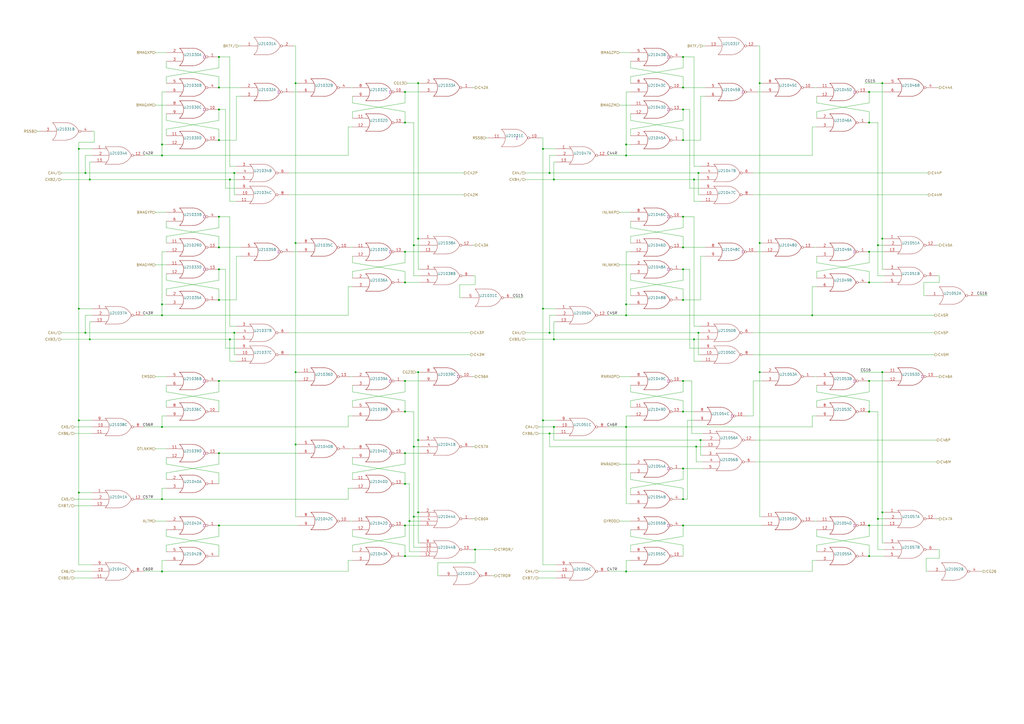
<source format=kicad_sch>
(kicad_sch (version 20211123) (generator eeschema)
  (paper "A2")
  (junction (at 234.95 238.76))
  (junction (at 127 173.99))
  (junction (at 504.19 146.05))
  (junction (at 45.72 243.84))
  (junction (at 403.86 259.08))
  (junction (at 275.59 318.77))
  (junction (at 234.95 53.34))
  (junction (at 171.45 140.97))
  (junction (at 363.22 83.82))
  (junction (at 127 50.8))
  (junction (at 314.96 243.84))
  (junction (at 93.98 83.82))
  (junction (at 127 63.5))
  (junction (at 363.22 247.65))
  (junction (at 396.24 81.28))
  (junction (at 93.98 176.53))
  (junction (at 93.98 331.47))
  (junction (at 234.95 220.98))
  (junction (at 504.19 220.98))
  (junction (at 171.45 257.81))
  (junction (at 314.96 86.36))
  (junction (at 234.95 146.05))
  (junction (at 321.31 104.14))
  (junction (at 396.24 50.8))
  (junction (at 234.95 163.83))
  (junction (at 406.4 255.27))
  (junction (at 234.95 280.67))
  (junction (at 127 125.73))
  (junction (at 234.95 71.12))
  (junction (at 234.95 322.58))
  (junction (at 363.22 90.17))
  (junction (at 242.57 48.26))
  (junction (at 396.24 173.99))
  (junction (at 511.81 48.26))
  (junction (at 45.72 285.75))
  (junction (at 242.57 215.9))
  (junction (at 49.53 100.33))
  (junction (at 509.27 300.99))
  (junction (at 471.17 182.88))
  (junction (at 396.24 125.73))
  (junction (at 127 143.51))
  (junction (at 242.57 297.18))
  (junction (at 127 81.28))
  (junction (at 234.95 262.89))
  (junction (at 440.69 48.26))
  (junction (at 240.03 142.24))
  (junction (at 127 33.02))
  (junction (at 396.24 289.56))
  (junction (at 504.19 238.76))
  (junction (at 396.24 271.78))
  (junction (at 396.24 304.8))
  (junction (at 234.95 304.8))
  (junction (at 93.98 182.88))
  (junction (at 321.31 196.85))
  (junction (at 135.89 193.04))
  (junction (at 135.89 100.33))
  (junction (at 396.24 156.21))
  (junction (at 240.03 299.72))
  (junction (at 242.57 255.27))
  (junction (at 504.19 304.8))
  (junction (at 396.24 63.5))
  (junction (at 127 262.89))
  (junction (at 240.03 259.08))
  (junction (at 321.31 247.65))
  (junction (at 127 156.21))
  (junction (at 171.45 48.26))
  (junction (at 440.69 140.97))
  (junction (at 511.81 138.43))
  (junction (at 396.24 238.76))
  (junction (at 405.13 193.04))
  (junction (at 93.98 289.56))
  (junction (at 133.35 104.14))
  (junction (at 49.53 193.04))
  (junction (at 45.72 179.07))
  (junction (at 396.24 143.51))
  (junction (at 363.22 182.88))
  (junction (at 504.19 71.12))
  (junction (at 509.27 142.24))
  (junction (at 363.22 176.53))
  (junction (at 504.19 163.83))
  (junction (at 402.59 196.85))
  (junction (at 93.98 90.17))
  (junction (at 504.19 53.34))
  (junction (at 511.81 297.18))
  (junction (at 237.49 302.26))
  (junction (at 396.24 220.98))
  (junction (at 52.07 104.14))
  (junction (at 363.22 331.47))
  (junction (at 440.69 215.9))
  (junction (at 318.77 100.33))
  (junction (at 314.96 179.07))
  (junction (at 52.07 196.85))
  (junction (at 318.77 251.46))
  (junction (at 396.24 33.02))
  (junction (at 504.19 322.58))
  (junction (at 242.57 138.43))
  (junction (at 402.59 104.14))
  (junction (at 405.13 100.33))
  (junction (at 127 304.8))
  (junction (at 171.45 215.9))
  (junction (at 93.98 247.65))
  (junction (at 45.72 86.36))
  (junction (at 133.35 196.85))
  (junction (at 511.81 215.9))
  (junction (at 318.77 193.04))
  (junction (at 127 220.98))
  (wire (pts (xy 322.58 186.69) (xy 321.31 186.69)))
  (wire (pts (xy 363.22 331.47) (xy 471.17 331.47)))
  (wire (pts (xy 321.31 93.98) (xy 321.31 104.14)))
  (wire (pts (xy 171.45 26.67) (xy 171.45 48.26)))
  (wire (pts (xy 318.77 259.08) (xy 403.86 259.08)))
  (wire (pts (xy 52.07 196.85) (xy 133.35 196.85)))
  (wire (pts (xy 127 125.73) (xy 133.35 125.73)))
  (wire (pts (xy 396.24 173.99) (xy 396.24 167.64)))
  (wire (pts (xy 171.45 257.81) (xy 171.45 299.72)))
  (wire (pts (xy 321.31 104.14) (xy 402.59 104.14)))
  (wire (pts (xy 203.2 218.44) (xy 204.47 218.44)))
  (wire (pts (xy 234.95 304.8) (xy 243.84 304.8)))
  (wire (pts (xy 436.88 113.03) (xy 538.48 113.03)))
  (wire (pts (xy 137.16 55.88) (xy 139.7 55.88)))
  (wire (pts (xy 240.03 299.72) (xy 243.84 299.72)))
  (wire (pts (xy 365.76 232.41) (xy 365.76 236.22)))
  (wire (pts (xy 49.53 100.33) (xy 135.89 100.33)))
  (wire (pts (xy 275.59 50.8) (xy 274.32 50.8)))
  (wire (pts (xy 240.03 71.12) (xy 240.03 142.24)))
  (wire (pts (xy 93.98 331.47) (xy 201.93 331.47)))
  (wire (pts (xy 234.95 64.77) (xy 204.47 59.69)))
  (wire (pts (xy 504.19 71.12) (xy 504.19 64.77)))
  (wire (pts (xy 201.93 73.66) (xy 204.47 73.66)))
  (wire (pts (xy 365.76 39.37) (xy 365.76 35.56)))
  (wire (pts (xy 204.47 227.33) (xy 204.47 223.52)))
  (wire (pts (xy 171.45 215.9) (xy 171.45 257.81)))
  (wire (pts (xy 471.17 331.47) (xy 471.17 325.12)))
  (wire (pts (xy 363.22 83.82) (xy 363.22 90.17)))
  (wire (pts (xy 400.05 201.93) (xy 406.4 201.93)))
  (wire (pts (xy 127 125.73) (xy 127 132.08)))
  (wire (pts (xy 405.13 193.04) (xy 405.13 205.74)))
  (wire (pts (xy 403.86 259.08) (xy 407.67 259.08)))
  (wire (pts (xy 240.03 160.02) (xy 243.84 160.02)))
  (wire (pts (xy 52.07 186.69) (xy 52.07 196.85)))
  (wire (pts (xy 96.52 302.26) (xy 90.17 302.26)))
  (wire (pts (xy 473.71 157.48) (xy 473.71 161.29)))
  (wire (pts (xy 275.59 318.77) (xy 287.02 318.77)))
  (wire (pts (xy 440.69 48.26) (xy 440.69 140.97)))
  (wire (pts (xy 439.42 53.34) (xy 441.96 53.34)))
  (wire (pts (xy 321.31 196.85) (xy 402.59 196.85)))
  (wire (pts (xy 93.98 283.21) (xy 93.98 289.56)))
  (wire (pts (xy 234.95 53.34) (xy 243.84 53.34)))
  (wire (pts (xy 509.27 142.24) (xy 513.08 142.24)))
  (wire (pts (xy 275.59 300.99) (xy 274.32 300.99)))
  (wire (pts (xy 365.76 278.13) (xy 365.76 274.32)))
  (wire (pts (xy 365.76 227.33) (xy 365.76 223.52)))
  (wire (pts (xy 22.86 76.2) (xy 21.59 76.2)))
  (wire (pts (xy 93.98 53.34) (xy 96.52 53.34)))
  (wire (pts (xy 43.18 331.47) (xy 53.34 331.47)))
  (wire (pts (xy 137.16 148.59) (xy 139.7 148.59)))
  (wire (pts (xy 49.53 182.88) (xy 53.34 182.88)))
  (wire (pts (xy 127 311.15) (xy 96.52 316.23)))
  (wire (pts (xy 396.24 156.21) (xy 400.05 156.21)))
  (wire (pts (xy 504.19 53.34) (xy 504.19 59.69)))
  (wire (pts (xy 363.22 90.17) (xy 471.17 90.17)))
  (wire (pts (xy 504.19 322.58) (xy 513.08 322.58)))
  (wire (pts (xy 130.81 109.22) (xy 137.16 109.22)))
  (wire (pts (xy 237.49 302.26) (xy 243.84 302.26)))
  (wire (pts (xy 353.06 331.47) (xy 363.22 331.47)))
  (wire (pts (xy 234.95 71.12) (xy 240.03 71.12)))
  (wire (pts (xy 396.24 271.78) (xy 396.24 278.13)))
  (wire (pts (xy 504.19 71.12) (xy 509.27 71.12)))
  (wire (pts (xy 402.59 196.85) (xy 402.59 209.55)))
  (wire (pts (xy 504.19 304.8) (xy 513.08 304.8)))
  (wire (pts (xy 93.98 325.12) (xy 93.98 331.47)))
  (wire (pts (xy 471.17 90.17) (xy 471.17 73.66)))
  (wire (pts (xy 365.76 74.93) (xy 365.76 78.74)))
  (wire (pts (xy 234.95 152.4) (xy 204.47 157.48)))
  (wire (pts (xy 504.19 59.69) (xy 473.71 64.77)))
  (wire (pts (xy 127 137.16) (xy 96.52 132.08)))
  (wire (pts (xy 127 156.21) (xy 127 162.56)))
  (wire (pts (xy 473.71 152.4) (xy 473.71 148.59)))
  (wire (pts (xy 439.42 146.05) (xy 441.96 146.05)))
  (wire (pts (xy 321.31 255.27) (xy 406.4 255.27)))
  (wire (pts (xy 172.72 220.98) (xy 127 220.98)))
  (wire (pts (xy 204.47 311.15) (xy 204.47 307.34)))
  (wire (pts (xy 201.93 331.47) (xy 201.93 325.12)))
  (wire (pts (xy 204.47 157.48) (xy 204.47 161.29)))
  (wire (pts (xy 133.35 196.85) (xy 133.35 209.55)))
  (wire (pts (xy 314.96 86.36) (xy 314.96 179.07)))
  (wire (pts (xy 396.24 143.51) (xy 408.94 143.51)))
  (wire (pts (xy 406.4 81.28) (xy 406.4 55.88)))
  (wire (pts (xy 365.76 269.24) (xy 359.41 269.24)))
  (wire (pts (xy 96.52 316.23) (xy 96.52 320.04)))
  (wire (pts (xy 511.81 48.26) (xy 513.08 48.26)))
  (wire (pts (xy 396.24 311.15) (xy 365.76 316.23)))
  (wire (pts (xy 204.47 59.69) (xy 204.47 55.88)))
  (wire (pts (xy 275.59 165.1) (xy 266.7 165.1)))
  (wire (pts (xy 137.16 81.28) (xy 137.16 55.88)))
  (wire (pts (xy 133.35 189.23) (xy 137.16 189.23)))
  (wire (pts (xy 130.81 156.21) (xy 130.81 201.93)))
  (wire (pts (xy 234.95 227.33) (xy 204.47 232.41)))
  (wire (pts (xy 135.89 100.33) (xy 137.16 100.33)))
  (wire (pts (xy 436.88 220.98) (xy 441.96 220.98)))
  (wire (pts (xy 201.93 241.3) (xy 204.47 241.3)))
  (wire (pts (xy 402.59 116.84) (xy 406.4 116.84)))
  (wire (pts (xy 127 74.93) (xy 96.52 69.85)))
  (wire (pts (xy 242.57 48.26) (xy 243.84 48.26)))
  (wire (pts (xy 83.82 247.65) (xy 93.98 247.65)))
  (wire (pts (xy 509.27 238.76) (xy 509.27 300.99)))
  (wire (pts (xy 240.03 299.72) (xy 240.03 317.5)))
  (wire (pts (xy 396.24 238.76) (xy 402.59 238.76)))
  (wire (pts (xy 504.19 64.77) (xy 473.71 59.69)))
  (wire (pts (xy 396.24 81.28) (xy 406.4 81.28)))
  (wire (pts (xy 237.49 280.67) (xy 237.49 302.26)))
  (wire (pts (xy 314.96 243.84) (xy 322.58 243.84)))
  (wire (pts (xy 398.78 243.84) (xy 398.78 289.56)))
  (wire (pts (xy 234.95 238.76) (xy 240.03 238.76)))
  (wire (pts (xy 234.95 157.48) (xy 204.47 152.4)))
  (wire (pts (xy 543.56 318.77) (xy 544.83 318.77)))
  (wire (pts (xy 365.76 30.48) (xy 359.41 30.48)))
  (wire (pts (xy 504.19 146.05) (xy 504.19 152.4)))
  (wire (pts (xy 473.71 64.77) (xy 473.71 68.58)))
  (wire (pts (xy 396.24 304.8) (xy 396.24 311.15)))
  (wire (pts (xy 504.19 304.8) (xy 504.19 311.15)))
  (wire (pts (xy 504.19 220.98) (xy 513.08 220.98)))
  (wire (pts (xy 396.24 173.99) (xy 406.4 173.99)))
  (wire (pts (xy 127 143.51) (xy 127 137.16)))
  (wire (pts (xy 511.81 297.18) (xy 513.08 297.18)))
  (wire (pts (xy 96.52 123.19) (xy 90.17 123.19)))
  (wire (pts (xy 365.76 132.08) (xy 365.76 128.27)))
  (wire (pts (xy 396.24 156.21) (xy 396.24 162.56)))
  (wire (pts (xy 396.24 50.8) (xy 396.24 44.45)))
  (wire (pts (xy 234.95 53.34) (xy 234.95 59.69)))
  (wire (pts (xy 471.17 166.37) (xy 473.71 166.37)))
  (wire (pts (xy 53.34 293.37) (xy 43.18 293.37)))
  (wire (pts (xy 509.27 300.99) (xy 509.27 318.77)))
  (wire (pts (xy 363.22 176.53) (xy 365.76 176.53)))
  (wire (pts (xy 402.59 104.14) (xy 402.59 116.84)))
  (wire (pts (xy 93.98 83.82) (xy 93.98 90.17)))
  (wire (pts (xy 171.45 140.97) (xy 172.72 140.97)))
  (wire (pts (xy 83.82 90.17) (xy 93.98 90.17)))
  (wire (pts (xy 312.42 251.46) (xy 318.77 251.46)))
  (wire (pts (xy 135.89 205.74) (xy 137.16 205.74)))
  (wire (pts (xy 314.96 179.07) (xy 314.96 243.84)))
  (wire (pts (xy 242.57 48.26) (xy 242.57 138.43)))
  (wire (pts (xy 353.06 247.65) (xy 363.22 247.65)))
  (wire (pts (xy 363.22 325.12) (xy 365.76 325.12)))
  (wire (pts (xy 363.22 53.34) (xy 363.22 83.82)))
  (wire (pts (xy 408.94 26.67) (xy 407.67 26.67)))
  (wire (pts (xy 318.77 100.33) (xy 318.77 90.17)))
  (wire (pts (xy 237.49 302.26) (xy 237.49 320.04)))
  (wire (pts (xy 171.45 299.72) (xy 172.72 299.72)))
  (wire (pts (xy 96.52 30.48) (xy 90.17 30.48)))
  (wire (pts (xy 406.4 255.27) (xy 406.4 264.16)))
  (wire (pts (xy 304.8 196.85) (xy 321.31 196.85)))
  (wire (pts (xy 283.21 80.01) (xy 281.94 80.01)))
  (wire (pts (xy 504.19 163.83) (xy 504.19 157.48)))
  (wire (pts (xy 396.24 125.73) (xy 402.59 125.73)))
  (wire (pts (xy 363.22 241.3) (xy 365.76 241.3)))
  (wire (pts (xy 127 63.5) (xy 127 69.85)))
  (wire (pts (xy 133.35 104.14) (xy 137.16 104.14)))
  (wire (pts (xy 509.27 300.99) (xy 513.08 300.99)))
  (wire (pts (xy 127 132.08) (xy 96.52 137.16)))
  (wire (pts (xy 234.95 269.24) (xy 204.47 274.32)))
  (wire (pts (xy 96.52 269.24) (xy 96.52 265.43)))
  (wire (pts (xy 236.22 48.26) (xy 242.57 48.26)))
  (wire (pts (xy 139.7 26.67) (xy 138.43 26.67)))
  (wire (pts (xy 241.3 215.9) (xy 242.57 215.9)))
  (wire (pts (xy 234.95 146.05) (xy 234.95 152.4)))
  (wire (pts (xy 402.59 243.84) (xy 398.78 243.84)))
  (wire (pts (xy 201.93 247.65) (xy 201.93 241.3)))
  (wire (pts (xy 304.8 100.33) (xy 318.77 100.33)))
  (wire (pts (xy 52.07 93.98) (xy 52.07 104.14)))
  (wire (pts (xy 127 316.23) (xy 96.52 311.15)))
  (wire (pts (xy 353.06 90.17) (xy 363.22 90.17)))
  (wire (pts (xy 172.72 262.89) (xy 127 262.89)))
  (wire (pts (xy 439.42 26.67) (xy 440.69 26.67)))
  (wire (pts (xy 127 69.85) (xy 96.52 74.93)))
  (wire (pts (xy 363.22 146.05) (xy 363.22 176.53)))
  (wire (pts (xy 93.98 53.34) (xy 93.98 83.82)))
  (wire (pts (xy 353.06 182.88) (xy 363.22 182.88)))
  (wire (pts (xy 234.95 59.69) (xy 204.47 64.77)))
  (wire (pts (xy 275.59 326.39) (xy 254 326.39)))
  (wire (pts (xy 43.18 289.56) (xy 53.34 289.56)))
  (wire (pts (xy 567.69 171.45) (xy 572.77 171.45)))
  (wire (pts (xy 396.24 162.56) (xy 365.76 167.64)))
  (wire (pts (xy 127 50.8) (xy 139.7 50.8)))
  (wire (pts (xy 127 63.5) (xy 130.81 63.5)))
  (wire (pts (xy 396.24 238.76) (xy 396.24 232.41)))
  (wire (pts (xy 396.24 74.93) (xy 365.76 69.85)))
  (wire (pts (xy 96.52 74.93) (xy 96.52 78.74)))
  (wire (pts (xy 363.22 292.1) (xy 365.76 292.1)))
  (wire (pts (xy 509.27 160.02) (xy 513.08 160.02)))
  (wire (pts (xy 511.81 215.9) (xy 513.08 215.9)))
  (wire (pts (xy 285.75 334.01) (xy 287.02 334.01)))
  (wire (pts (xy 35.56 193.04) (xy 49.53 193.04)))
  (wire (pts (xy 396.24 322.58) (xy 396.24 316.23)))
  (wire (pts (xy 402.59 33.02) (xy 402.59 96.52)))
  (wire (pts (xy 170.18 53.34) (xy 172.72 53.34)))
  (wire (pts (xy 402.59 189.23) (xy 406.4 189.23)))
  (wire (pts (xy 242.57 314.96) (xy 243.84 314.96)))
  (wire (pts (xy 405.13 113.03) (xy 406.4 113.03)))
  (wire (pts (xy 396.24 278.13) (xy 365.76 283.21)))
  (wire (pts (xy 405.13 193.04) (xy 406.4 193.04)))
  (wire (pts (xy 45.72 179.07) (xy 53.34 179.07)))
  (wire (pts (xy 133.35 104.14) (xy 133.35 116.84)))
  (wire (pts (xy 402.59 196.85) (xy 406.4 196.85)))
  (wire (pts (xy 318.77 193.04) (xy 405.13 193.04)))
  (wire (pts (xy 471.17 73.66) (xy 473.71 73.66)))
  (wire (pts (xy 49.53 90.17) (xy 53.34 90.17)))
  (wire (pts (xy 402.59 104.14) (xy 406.4 104.14)))
  (wire (pts (xy 53.34 76.2) (xy 54.61 76.2)))
  (wire (pts (xy 96.52 311.15) (xy 96.52 307.34)))
  (wire (pts (xy 509.27 142.24) (xy 509.27 160.02)))
  (wire (pts (xy 314.96 243.84) (xy 314.96 327.66)))
  (wire (pts (xy 365.76 123.19) (xy 359.41 123.19)))
  (wire (pts (xy 96.52 39.37) (xy 96.52 35.56)))
  (wire (pts (xy 321.31 247.65) (xy 322.58 247.65)))
  (wire (pts (xy 365.76 44.45) (xy 365.76 48.26)))
  (wire (pts (xy 511.81 156.21) (xy 513.08 156.21)))
  (wire (pts (xy 127 167.64) (xy 96.52 162.56)))
  (wire (pts (xy 234.95 71.12) (xy 234.95 64.77)))
  (wire (pts (xy 363.22 83.82) (xy 365.76 83.82)))
  (wire (pts (xy 204.47 232.41) (xy 204.47 236.22)))
  (wire (pts (xy 436.88 193.04) (xy 542.29 193.04)))
  (wire (pts (xy 93.98 247.65) (xy 201.93 247.65)))
  (wire (pts (xy 234.95 163.83) (xy 234.95 157.48)))
  (wire (pts (xy 167.64 205.74) (xy 273.05 205.74)))
  (wire (pts (xy 93.98 90.17) (xy 201.93 90.17)))
  (wire (pts (xy 403.86 267.97) (xy 407.67 267.97)))
  (wire (pts (xy 135.89 193.04) (xy 135.89 205.74)))
  (wire (pts (xy 504.19 53.34) (xy 513.08 53.34)))
  (wire (pts (xy 440.69 140.97) (xy 441.96 140.97)))
  (wire (pts (xy 127 173.99) (xy 137.16 173.99)))
  (wire (pts (xy 203.2 260.35) (xy 204.47 260.35)))
  (wire (pts (xy 363.22 176.53) (xy 363.22 182.88)))
  (wire (pts (xy 49.53 193.04) (xy 135.89 193.04)))
  (wire (pts (xy 436.88 241.3) (xy 436.88 220.98)))
  (wire (pts (xy 544.83 323.85) (xy 537.21 323.85)))
  (wire (pts (xy 322.58 335.28) (xy 312.42 335.28)))
  (wire (pts (xy 396.24 44.45) (xy 365.76 39.37)))
  (wire (pts (xy 242.57 156.21) (xy 243.84 156.21)))
  (wire (pts (xy 275.59 259.08) (xy 274.32 259.08)))
  (wire (pts (xy 544.83 163.83) (xy 535.94 163.83)))
  (wire (pts (xy 242.57 255.27) (xy 242.57 297.18)))
  (wire (pts (xy 234.95 304.8) (xy 234.95 311.15)))
  (wire (pts (xy 242.57 138.43) (xy 242.57 156.21)))
  (wire (pts (xy 83.82 289.56) (xy 93.98 289.56)))
  (wire (pts (xy 171.45 215.9) (xy 172.72 215.9)))
  (wire (pts (xy 127 227.33) (xy 96.52 232.41)))
  (wire (pts (xy 318.77 100.33) (xy 405.13 100.33)))
  (wire (pts (xy 171.45 48.26) (xy 171.45 140.97)))
  (wire (pts (xy 274.32 160.02) (xy 275.59 160.02)))
  (wire (pts (xy 234.95 163.83) (xy 243.84 163.83)))
  (wire (pts (xy 544.83 318.77) (xy 544.83 323.85)))
  (wire (pts (xy 406.4 148.59) (xy 408.94 148.59)))
  (wire (pts (xy 93.98 182.88) (xy 201.93 182.88)))
  (wire (pts (xy 93.98 325.12) (xy 96.52 325.12)))
  (wire (pts (xy 53.34 251.46) (xy 43.18 251.46)))
  (wire (pts (xy 504.19 146.05) (xy 513.08 146.05)))
  (wire (pts (xy 167.64 100.33) (xy 269.24 100.33)))
  (wire (pts (xy 396.24 81.28) (xy 396.24 74.93)))
  (wire (pts (xy 544.83 218.44) (xy 543.56 218.44)))
  (wire (pts (xy 511.81 48.26) (xy 511.81 138.43)))
  (wire (pts (xy 127 220.98) (xy 127 227.33)))
  (wire (pts (xy 405.13 205.74) (xy 406.4 205.74)))
  (wire (pts (xy 234.95 238.76) (xy 234.95 232.41)))
  (wire (pts (xy 240.03 142.24) (xy 243.84 142.24)))
  (wire (pts (xy 365.76 167.64) (xy 365.76 171.45)))
  (wire (pts (xy 254 334.01) (xy 255.27 334.01)))
  (wire (pts (xy 135.89 100.33) (xy 135.89 113.03)))
  (wire (pts (xy 133.35 196.85) (xy 137.16 196.85)))
  (wire (pts (xy 402.59 96.52) (xy 406.4 96.52)))
  (wire (pts (xy 396.24 271.78) (xy 407.67 271.78)))
  (wire (pts (xy 127 162.56) (xy 96.52 167.64)))
  (wire (pts (xy 96.52 218.44) (xy 90.17 218.44)))
  (wire (pts (xy 96.52 69.85) (xy 96.52 66.04)))
  (wire (pts (xy 440.69 215.9) (xy 440.69 299.72)))
  (wire (pts (xy 535.94 171.45) (xy 537.21 171.45)))
  (wire (pts (xy 314.96 80.01) (xy 313.69 80.01)))
  (wire (pts (xy 204.47 152.4) (xy 204.47 148.59)))
  (wire (pts (xy 45.72 86.36) (xy 45.72 179.07)))
  (wire (pts (xy 396.24 125.73) (xy 396.24 132.08)))
  (wire (pts (xy 83.82 182.88) (xy 93.98 182.88)))
  (wire (pts (xy 96.52 274.32) (xy 96.52 278.13)))
  (wire (pts (xy 318.77 251.46) (xy 322.58 251.46)))
  (wire (pts (xy 49.53 193.04) (xy 49.53 182.88)))
  (wire (pts (xy 203.2 50.8) (xy 204.47 50.8)))
  (wire (pts (xy 127 280.67) (xy 127 274.32)))
  (wire (pts (xy 201.93 182.88) (xy 201.93 166.37)))
  (wire (pts (xy 45.72 82.55) (xy 45.72 86.36)))
  (wire (pts (xy 170.18 146.05) (xy 172.72 146.05)))
  (wire (pts (xy 96.52 162.56) (xy 96.52 158.75)))
  (wire (pts (xy 509.27 71.12) (xy 509.27 142.24)))
  (wire (pts (xy 473.71 232.41) (xy 473.71 236.22)))
  (wire (pts (xy 544.83 50.8) (xy 543.56 50.8)))
  (wire (pts (xy 363.22 247.65) (xy 471.17 247.65)))
  (wire (pts (xy 254 326.39) (xy 254 334.01)))
  (wire (pts (xy 440.69 140.97) (xy 440.69 215.9)))
  (wire (pts (xy 396.24 227.33) (xy 365.76 232.41)))
  (wire (pts (xy 201.93 289.56) (xy 201.93 283.21)))
  (wire (pts (xy 234.95 220.98) (xy 243.84 220.98)))
  (wire (pts (xy 203.2 302.26) (xy 204.47 302.26)))
  (wire (pts (xy 266.7 165.1) (xy 266.7 172.72)))
  (wire (pts (xy 396.24 33.02) (xy 396.24 39.37)))
  (wire (pts (xy 473.71 227.33) (xy 473.71 223.52)))
  (wire (pts (xy 240.03 259.08) (xy 243.84 259.08)))
  (wire (pts (xy 473.71 59.69) (xy 473.71 55.88)))
  (wire (pts (xy 127 81.28) (xy 137.16 81.28)))
  (wire (pts (xy 312.42 247.65) (xy 321.31 247.65)))
  (wire (pts (xy 511.81 314.96) (xy 513.08 314.96)))
  (wire (pts (xy 133.35 125.73) (xy 133.35 189.23)))
  (wire (pts (xy 396.24 50.8) (xy 408.94 50.8)))
  (wire (pts (xy 363.22 247.65) (xy 363.22 292.1)))
  (wire (pts (xy 400.05 109.22) (xy 406.4 109.22)))
  (wire (pts (xy 240.03 238.76) (xy 240.03 259.08)))
  (wire (pts (xy 406.4 173.99) (xy 406.4 148.59)))
  (wire (pts (xy 130.81 63.5) (xy 130.81 109.22)))
  (wire (pts (xy 472.44 143.51) (xy 473.71 143.51)))
  (wire (pts (xy 170.18 26.67) (xy 171.45 26.67)))
  (wire (pts (xy 396.24 63.5) (xy 400.05 63.5)))
  (wire (pts (xy 274.32 318.77) (xy 275.59 318.77)))
  (wire (pts (xy 405.13 100.33) (xy 405.13 113.03)))
  (wire (pts (xy 543.56 160.02) (xy 544.83 160.02)))
  (wire (pts (xy 406.4 264.16) (xy 407.67 264.16)))
  (wire (pts (xy 472.44 302.26) (xy 473.71 302.26)))
  (wire (pts (xy 93.98 283.21) (xy 96.52 283.21)))
  (wire (pts (xy 322.58 93.98) (xy 321.31 93.98)))
  (wire (pts (xy 402.59 209.55) (xy 406.4 209.55)))
  (wire (pts (xy 363.22 325.12) (xy 363.22 331.47)))
  (wire (pts (xy 396.24 137.16) (xy 365.76 132.08)))
  (wire (pts (xy 544.83 300.99) (xy 543.56 300.99)))
  (wire (pts (xy 45.72 327.66) (xy 53.34 327.66)))
  (wire (pts (xy 35.56 196.85) (xy 52.07 196.85)))
  (wire (pts (xy 234.95 146.05) (xy 243.84 146.05)))
  (wire (pts (xy 504.19 238.76) (xy 504.19 232.41)))
  (wire (pts (xy 52.07 104.14) (xy 133.35 104.14)))
  (wire (pts (xy 365.76 60.96) (xy 359.41 60.96)))
  (wire (pts (xy 436.88 100.33) (xy 538.48 100.33)))
  (wire (pts (xy 201.93 325.12) (xy 204.47 325.12)))
  (wire (pts (xy 127 238.76) (xy 127 232.41)))
  (wire (pts (xy 275.59 218.44) (xy 274.32 218.44)))
  (wire (pts (xy 93.98 146.05) (xy 93.98 176.53)))
  (wire (pts (xy 127 262.89) (xy 127 269.24)))
  (wire (pts (xy 237.49 320.04) (xy 243.84 320.04)))
  (wire (pts (xy 471.17 247.65) (xy 471.17 241.3)))
  (wire (pts (xy 240.03 259.08) (xy 240.03 299.72)))
  (wire (pts (xy 54.61 76.2) (xy 54.61 82.55)))
  (wire (pts (xy 234.95 311.15) (xy 204.47 316.23)))
  (wire (pts (xy 396.24 69.85) (xy 365.76 74.93)))
  (wire (pts (xy 45.72 285.75) (xy 53.34 285.75)))
  (wire (pts (xy 127 156.21) (xy 130.81 156.21)))
  (wire (pts (xy 201.93 283.21) (xy 204.47 283.21)))
  (wire (pts (xy 504.19 152.4) (xy 473.71 157.48)))
  (wire (pts (xy 314.96 80.01) (xy 314.96 86.36)))
  (wire (pts (xy 365.76 162.56) (xy 365.76 158.75)))
  (wire (pts (xy 96.52 44.45) (xy 96.52 48.26)))
  (wire (pts (xy 127 173.99) (xy 127 167.64)))
  (wire (pts (xy 242.57 297.18) (xy 242.57 314.96)))
  (wire (pts (xy 93.98 241.3) (xy 96.52 241.3)))
  (wire (pts (xy 363.22 146.05) (xy 365.76 146.05)))
  (wire (pts (xy 403.86 259.08) (xy 403.86 267.97)))
  (wire (pts (xy 96.52 137.16) (xy 96.52 140.97)))
  (wire (pts (xy 365.76 137.16) (xy 365.76 140.97)))
  (wire (pts (xy 96.52 232.41) (xy 96.52 236.22)))
  (wire (pts (xy 402.59 125.73) (xy 402.59 189.23)))
  (wire (pts (xy 365.76 69.85) (xy 365.76 66.04)))
  (wire (pts (xy 127 39.37) (xy 96.52 44.45)))
  (wire (pts (xy 471.17 241.3) (xy 473.71 241.3)))
  (wire (pts (xy 35.56 104.14) (xy 52.07 104.14)))
  (wire (pts (xy 365.76 218.44) (xy 359.41 218.44)))
  (wire (pts (xy 318.77 193.04) (xy 318.77 182.88)))
  (wire (pts (xy 127 322.58) (xy 127 316.23)))
  (wire (pts (xy 234.95 262.89) (xy 243.84 262.89)))
  (wire (pts (xy 511.81 138.43) (xy 513.08 138.43)))
  (wire (pts (xy 275.59 160.02) (xy 275.59 165.1)))
  (wire (pts (xy 45.72 243.84) (xy 53.34 243.84)))
  (wire (pts (xy 396.24 232.41) (xy 365.76 227.33)))
  (wire (pts (xy 133.35 116.84) (xy 137.16 116.84)))
  (wire (pts (xy 234.95 274.32) (xy 204.47 269.24)))
  (wire (pts (xy 133.35 33.02) (xy 133.35 96.52)))
  (wire (pts (xy 204.47 316.23) (xy 204.47 320.04)))
  (wire (pts (xy 96.52 260.35) (xy 90.17 260.35)))
  (wire (pts (xy 35.56 100.33) (xy 49.53 100.33)))
  (wire (pts (xy 242.57 297.18) (xy 243.84 297.18)))
  (wire (pts (xy 304.8 193.04) (xy 318.77 193.04)))
  (wire (pts (xy 171.45 48.26) (xy 172.72 48.26)))
  (wire (pts (xy 471.17 182.88) (xy 471.17 166.37)))
  (wire (pts (xy 298.45 172.72) (xy 303.53 172.72)))
  (wire (pts (xy 93.98 83.82) (xy 96.52 83.82)))
  (wire (pts (xy 171.45 140.97) (xy 171.45 215.9)))
  (wire (pts (xy 314.96 327.66) (xy 322.58 327.66)))
  (wire (pts (xy 314.96 179.07) (xy 322.58 179.07)))
  (wire (pts (xy 234.95 280.67) (xy 234.95 274.32)))
  (wire (pts (xy 127 33.02) (xy 133.35 33.02)))
  (wire (pts (xy 365.76 283.21) (xy 365.76 287.02)))
  (wire (pts (xy 127 304.8) (xy 127 311.15)))
  (wire (pts (xy 53.34 186.69) (xy 52.07 186.69)))
  (wire (pts (xy 400.05 156.21) (xy 400.05 201.93)))
  (wire (pts (xy 83.82 331.47) (xy 93.98 331.47)))
  (wire (pts (xy 365.76 153.67) (xy 359.41 153.67)))
  (wire (pts (xy 401.32 251.46) (xy 407.67 251.46)))
  (wire (pts (xy 400.05 63.5) (xy 400.05 109.22)))
  (wire (pts (xy 96.52 227.33) (xy 96.52 223.52)))
  (wire (pts (xy 53.34 335.28) (xy 43.18 335.28)))
  (wire (pts (xy 363.22 53.34) (xy 365.76 53.34)))
  (wire (pts (xy 130.81 201.93) (xy 137.16 201.93)))
  (wire (pts (xy 96.52 153.67) (xy 90.17 153.67)))
  (wire (pts (xy 172.72 304.8) (xy 127 304.8)))
  (wire (pts (xy 127 232.41) (xy 96.52 227.33)))
  (wire (pts (xy 440.69 48.26) (xy 441.96 48.26)))
  (wire (pts (xy 93.98 241.3) (xy 93.98 247.65)))
  (wire (pts (xy 318.77 251.46) (xy 318.77 259.08)))
  (wire (pts (xy 171.45 257.81) (xy 172.72 257.81)))
  (wire (pts (xy 504.19 227.33) (xy 473.71 232.41)))
  (wire (pts (xy 511.81 215.9) (xy 511.81 297.18)))
  (wire (pts (xy 396.24 289.56) (xy 396.24 283.21)))
  (wire (pts (xy 133.35 209.55) (xy 137.16 209.55)))
  (wire (pts (xy 93.98 146.05) (xy 96.52 146.05)))
  (wire (pts (xy 405.13 100.33) (xy 406.4 100.33)))
  (wire (pts (xy 314.96 86.36) (xy 322.58 86.36)))
  (wire (pts (xy 127 143.51) (xy 139.7 143.51)))
  (wire (pts (xy 127 274.32) (xy 96.52 269.24)))
  (wire (pts (xy 472.44 218.44) (xy 473.71 218.44)))
  (wire (pts (xy 537.21 323.85) (xy 537.21 331.47)))
  (wire (pts (xy 438.15 255.27) (xy 543.56 255.27)))
  (wire (pts (xy 440.69 215.9) (xy 441.96 215.9)))
  (wire (pts (xy 501.65 48.26) (xy 511.81 48.26)))
  (wire (pts (xy 167.64 193.04) (xy 273.05 193.04)))
  (wire (pts (xy 499.11 215.9) (xy 511.81 215.9)))
  (wire (pts (xy 135.89 113.03) (xy 137.16 113.03)))
  (wire (pts (xy 266.7 172.72) (xy 267.97 172.72)))
  (wire (pts (xy 544.83 160.02) (xy 544.83 163.83)))
  (wire (pts (xy 396.24 283.21) (xy 365.76 278.13)))
  (wire (pts (xy 396.24 316.23) (xy 365.76 311.15)))
  (wire (pts (xy 365.76 316.23) (xy 365.76 320.04)))
  (wire (pts (xy 45.72 179.07) (xy 45.72 243.84)))
  (wire (pts (xy 504.19 316.23) (xy 473.71 311.15)))
  (wire (pts (xy 96.52 167.64) (xy 96.52 171.45)))
  (wire (pts (xy 234.95 316.23) (xy 204.47 311.15)))
  (wire (pts (xy 406.4 255.27) (xy 407.67 255.27)))
  (wire (pts (xy 472.44 50.8) (xy 473.71 50.8)))
  (wire (pts (xy 93.98 176.53) (xy 96.52 176.53)))
  (wire (pts (xy 45.72 86.36) (xy 53.34 86.36)))
  (wire (pts (xy 318.77 182.88) (xy 322.58 182.88)))
  (wire (pts (xy 135.89 193.04) (xy 137.16 193.04)))
  (wire (pts (xy 234.95 322.58) (xy 234.95 316.23)))
  (wire (pts (xy 53.34 93.98) (xy 52.07 93.98)))
  (wire (pts (xy 321.31 247.65) (xy 321.31 255.27)))
  (wire (pts (xy 438.15 267.97) (xy 543.56 267.97)))
  (wire (pts (xy 504.19 232.41) (xy 473.71 227.33)))
  (wire (pts (xy 49.53 100.33) (xy 49.53 90.17)))
  (wire (pts (xy 234.95 232.41) (xy 204.47 227.33)))
  (wire (pts (xy 137.16 173.99) (xy 137.16 148.59)))
  (wire (pts (xy 535.94 163.83) (xy 535.94 171.45)))
  (wire (pts (xy 240.03 317.5) (xy 243.84 317.5)))
  (wire (pts (xy 511.81 138.43) (xy 511.81 156.21)))
  (wire (pts (xy 234.95 280.67) (xy 237.49 280.67)))
  (wire (pts (xy 275.59 318.77) (xy 275.59 326.39)))
  (wire (pts (xy 401.32 220.98) (xy 401.32 251.46)))
  (wire (pts (xy 203.2 143.51) (xy 204.47 143.51)))
  (wire (pts (xy 433.07 241.3) (xy 436.88 241.3)))
  (wire (pts (xy 504.19 311.15) (xy 473.71 316.23)))
  (wire (pts (xy 396.24 33.02) (xy 402.59 33.02)))
  (wire (pts (xy 471.17 325.12) (xy 473.71 325.12)))
  (wire (pts (xy 473.71 316.23) (xy 473.71 320.04)))
  (wire (pts (xy 473.71 311.15) (xy 473.71 307.34)))
  (wire (pts (xy 45.72 285.75) (xy 45.72 327.66)))
  (wire (pts (xy 396.24 132.08) (xy 365.76 137.16)))
  (wire (pts (xy 504.19 322.58) (xy 504.19 316.23)))
  (wire (pts (xy 396.24 39.37) (xy 365.76 44.45)))
  (wire (pts (xy 504.19 157.48) (xy 473.71 152.4)))
  (wire (pts (xy 396.24 220.98) (xy 401.32 220.98)))
  (wire (pts (xy 363.22 241.3) (xy 363.22 247.65)))
  (wire (pts (xy 440.69 299.72) (xy 441.96 299.72)))
  (wire (pts (xy 242.57 215.9) (xy 242.57 255.27)))
  (wire (pts (xy 204.47 269.24) (xy 204.47 265.43)))
  (wire (pts (xy 365.76 302.26) (xy 359.41 302.26)))
  (wire (pts (xy 204.47 64.77) (xy 204.47 68.58)))
  (wire (pts (xy 167.64 113.03) (xy 269.24 113.03)))
  (wire (pts (xy 54.61 82.55) (xy 45.72 82.55)))
  (wire (pts (xy 509.27 318.77) (xy 513.08 318.77)))
  (wire (pts (xy 504.19 163.83) (xy 513.08 163.83)))
  (wire (pts (xy 96.52 132.08) (xy 96.52 128.27)))
  (wire (pts (xy 234.95 262.89) (xy 234.95 269.24)))
  (wire (pts (xy 127 33.02) (xy 127 39.37)))
  (wire (pts (xy 504.19 238.76) (xy 509.27 238.76)))
  (wire (pts (xy 96.52 60.96) (xy 90.17 60.96)))
  (wire (pts (xy 544.83 142.24) (xy 543.56 142.24)))
  (wire (pts (xy 242.57 215.9) (xy 243.84 215.9)))
  (wire (pts (xy 93.98 289.56) (xy 201.93 289.56)))
  (wire (pts (xy 312.42 331.47) (xy 322.58 331.47)))
  (wire (pts (xy 45.72 243.84) (xy 45.72 285.75)))
  (wire (pts (xy 537.21 331.47) (xy 538.48 331.47)))
  (wire (pts (xy 396.24 167.64) (xy 365.76 162.56)))
  (wire (pts (xy 304.8 104.14) (xy 321.31 104.14)))
  (wire (pts (xy 43.18 247.65) (xy 53.34 247.65)))
  (wire (pts (xy 396.24 63.5) (xy 396.24 69.85)))
  (wire (pts (xy 204.47 274.32) (xy 204.47 278.13)))
  (wire (pts (xy 396.24 143.51) (xy 396.24 137.16)))
  (wire (pts (xy 471.17 182.88) (xy 542.29 182.88)))
  (wire (pts (xy 240.03 142.24) (xy 240.03 160.02)))
  (wire (pts (xy 201.93 166.37) (xy 204.47 166.37)))
  (wire (pts (xy 242.57 255.27) (xy 243.84 255.27)))
  (wire (pts (xy 234.95 220.98) (xy 234.95 227.33)))
  (wire (pts (xy 127 44.45) (xy 96.52 39.37)))
  (wire (pts (xy 201.93 90.17) (xy 201.93 73.66)))
  (wire (pts (xy 396.24 220.98) (xy 396.24 227.33)))
  (wire (pts (xy 504.19 220.98) (xy 504.19 227.33)))
  (wire (pts (xy 318.77 90.17) (xy 322.58 90.17)))
  (wire (pts (xy 440.69 26.67) (xy 440.69 48.26)))
  (wire (pts (xy 398.78 289.56) (xy 396.24 289.56)))
  (wire (pts (xy 133.35 96.52) (xy 137.16 96.52)))
  (wire (pts (xy 321.31 186.69) (xy 321.31 196.85)))
  (wire (pts (xy 568.96 331.47) (xy 570.23 331.47)))
  (wire (pts (xy 511.81 297.18) (xy 511.81 314.96)))
  (wire (pts (xy 363.22 182.88) (xy 471.17 182.88)))
  (wire (pts (xy 441.96 304.8) (xy 396.24 304.8)))
  (wire (pts (xy 93.98 176.53) (xy 93.98 182.88)))
  (wire (pts (xy 127 81.28) (xy 127 74.93)))
  (wire (pts (xy 127 269.24) (xy 96.52 274.32)))
  (wire (pts (xy 406.4 55.88) (xy 408.94 55.88)))
  (wire (pts (xy 365.76 311.15) (xy 365.76 307.34)))
  (wire (pts (xy 127 50.8) (xy 127 44.45)))
  (wire (pts (xy 275.59 142.24) (xy 274.32 142.24)))
  (wire (pts (xy 234.95 322.58) (xy 243.84 322.58)))
  (wire (pts (xy 242.57 138.43) (xy 243.84 138.43)))
  (wire (pts (xy 436.88 205.74) (xy 542.29 205.74)))
  (label "C45R" (at 358.14 182.88 180) (effects (font (size 1.524 1.524))))
  (label "C56R" (at 88.9 247.65 180) (effects (font (size 1.524 1.524))))
  (label "C43R" (at 88.9 182.88 180) (effects (font (size 1.524 1.524))))
  (label "C47R" (at 358.14 331.47 180) (effects (font (size 1.524 1.524))))
  (label "C57R" (at 88.9 289.56 180) (effects (font (size 1.524 1.524))))
  (label "C42R" (at 88.9 90.17 180) (effects (font (size 1.524 1.524))))
  (label "CG16" (at 499.11 215.9 0) (effects (font (size 1.524 1.524))))
  (label "CG15" (at 303.53 172.72 180) (effects (font (size 1.524 1.524))))
  (label "C60R" (at 88.9 331.47 180) (effects (font (size 1.524 1.524))))
  (label "CG16" (at 572.77 171.45 180) (effects (font (size 1.524 1.524))))
  (label "CG15" (at 501.65 48.26 0) (effects (font (size 1.524 1.524))))
  (label "C46R" (at 358.14 247.65 180) (effects (font (size 1.524 1.524))))
  (label "C44R" (at 358.14 90.17 180) (effects (font (size 1.524 1.524))))
  (hierarchical_label "CXB6/" (shape input) (at 43.18 251.46 180) (effects (font (size 1.524 1.524))))
  (hierarchical_label "INLNKM" (shape input) (at 359.41 153.67 180) (effects (font (size 1.524 1.524))))
  (hierarchical_label "CXB6/" (shape input) (at 312.42 251.46 180) (effects (font (size 1.524 1.524))))
  (hierarchical_label "CA4/" (shape input) (at 35.56 193.04 180) (effects (font (size 1.524 1.524))))
  (hierarchical_label "C44A" (shape output) (at 544.83 50.8 0) (effects (font (size 1.524 1.524))))
  (hierarchical_label "C57A" (shape output) (at 275.59 259.08 0) (effects (font (size 1.524 1.524))))
  (hierarchical_label "BMAGZP" (shape input) (at 359.41 30.48 180) (effects (font (size 1.524 1.524))))
  (hierarchical_label "BKTF/" (shape input) (at 138.43 26.67 180) (effects (font (size 1.524 1.524))))
  (hierarchical_label "BMAGZM" (shape input) (at 359.41 60.96 180) (effects (font (size 1.524 1.524))))
  (hierarchical_label "CA4/" (shape input) (at 35.56 100.33 180) (effects (font (size 1.524 1.524))))
  (hierarchical_label "CA6/" (shape input) (at 43.18 331.47 180) (effects (font (size 1.524 1.524))))
  (hierarchical_label "CG26" (shape output) (at 570.23 331.47 0) (effects (font (size 1.524 1.524))))
  (hierarchical_label "CG23" (shape input) (at 241.3 215.9 180) (effects (font (size 1.524 1.524))))
  (hierarchical_label "C56A" (shape output) (at 275.59 218.44 0) (effects (font (size 1.524 1.524))))
  (hierarchical_label "EMSD" (shape input) (at 90.17 218.44 180) (effects (font (size 1.524 1.524))))
  (hierarchical_label "CXB0/" (shape input) (at 43.18 335.28 180) (effects (font (size 1.524 1.524))))
  (hierarchical_label "C42A" (shape output) (at 275.59 50.8 0) (effects (font (size 1.524 1.524))))
  (hierarchical_label "C45P" (shape output) (at 542.29 193.04 0) (effects (font (size 1.524 1.524))))
  (hierarchical_label "CTROR/" (shape output) (at 287.02 318.77 0) (effects (font (size 1.524 1.524))))
  (hierarchical_label "C60A" (shape output) (at 275.59 300.99 0) (effects (font (size 1.524 1.524))))
  (hierarchical_label "RSSB" (shape input) (at 21.59 76.2 180) (effects (font (size 1.524 1.524))))
  (hierarchical_label "C43A" (shape output) (at 275.59 142.24 0) (effects (font (size 1.524 1.524))))
  (hierarchical_label "GYROD" (shape input) (at 359.41 302.26 180) (effects (font (size 1.524 1.524))))
  (hierarchical_label "CA4/" (shape input) (at 312.42 247.65 180) (effects (font (size 1.524 1.524))))
  (hierarchical_label "ALTM" (shape input) (at 90.17 302.26 180) (effects (font (size 1.524 1.524))))
  (hierarchical_label "C46P" (shape output) (at 543.56 255.27 0) (effects (font (size 1.524 1.524))))
  (hierarchical_label "CG13" (shape input) (at 236.22 48.26 180) (effects (font (size 1.524 1.524))))
  (hierarchical_label "C46A" (shape output) (at 544.83 218.44 0) (effects (font (size 1.524 1.524))))
  (hierarchical_label "CTROR" (shape output) (at 287.02 334.01 0) (effects (font (size 1.524 1.524))))
  (hierarchical_label "CXB3/" (shape input) (at 35.56 196.85 180) (effects (font (size 1.524 1.524))))
  (hierarchical_label "RNRADP" (shape input) (at 359.41 218.44 180) (effects (font (size 1.524 1.524))))
  (hierarchical_label "C45R" (shape output) (at 542.29 182.88 0) (effects (font (size 1.524 1.524))))
  (hierarchical_label "OTLNKM" (shape input) (at 90.17 260.35 180) (effects (font (size 1.524 1.524))))
  (hierarchical_label "RSSB" (shape input) (at 281.94 80.01 180) (effects (font (size 1.524 1.524))))
  (hierarchical_label "CA4/" (shape input) (at 304.8 100.33 180) (effects (font (size 1.524 1.524))))
  (hierarchical_label "C42M" (shape output) (at 269.24 113.03 0) (effects (font (size 1.524 1.524))))
  (hierarchical_label "C44M" (shape output) (at 538.48 113.03 0) (effects (font (size 1.524 1.524))))
  (hierarchical_label "CXB5/" (shape input) (at 304.8 196.85 180) (effects (font (size 1.524 1.524))))
  (hierarchical_label "CA5/" (shape input) (at 43.18 289.56 180) (effects (font (size 1.524 1.524))))
  (hierarchical_label "INLNKP" (shape input) (at 359.41 123.19 180) (effects (font (size 1.524 1.524))))
  (hierarchical_label "C44P" (shape output) (at 538.48 100.33 0) (effects (font (size 1.524 1.524))))
  (hierarchical_label "RNRADM" (shape input) (at 359.41 269.24 180) (effects (font (size 1.524 1.524))))
  (hierarchical_label "BMAGXM" (shape input) (at 90.17 60.96 180) (effects (font (size 1.524 1.524))))
  (hierarchical_label "C43M" (shape output) (at 273.05 205.74 0) (effects (font (size 1.524 1.524))))
  (hierarchical_label "CA5/" (shape input) (at 43.18 247.65 180) (effects (font (size 1.524 1.524))))
  (hierarchical_label "BMAGYM" (shape input) (at 90.17 153.67 180) (effects (font (size 1.524 1.524))))
  (hierarchical_label "BKTF/" (shape input) (at 407.67 26.67 180) (effects (font (size 1.524 1.524))))
  (hierarchical_label "C42P" (shape output) (at 269.24 100.33 0) (effects (font (size 1.524 1.524))))
  (hierarchical_label "CXB7/" (shape input) (at 43.18 293.37 180) (effects (font (size 1.524 1.524))))
  (hierarchical_label "CXB2/" (shape input) (at 35.56 104.14 180) (effects (font (size 1.524 1.524))))
  (hierarchical_label "C47A" (shape output) (at 544.83 300.99 0) (effects (font (size 1.524 1.524))))
  (hierarchical_label "CA4/" (shape input) (at 312.42 331.47 180) (effects (font (size 1.524 1.524))))
  (hierarchical_label "C45M" (shape output) (at 542.29 205.74 0) (effects (font (size 1.524 1.524))))
  (hierarchical_label "CA4/" (shape input) (at 304.8 193.04 180) (effects (font (size 1.524 1.524))))
  (hierarchical_label "CXB4/" (shape input) (at 304.8 104.14 180) (effects (font (size 1.524 1.524))))
  (hierarchical_label "C45A" (shape output) (at 544.83 142.24 0) (effects (font (size 1.524 1.524))))
  (hierarchical_label "CXB7/" (shape input) (at 312.42 335.28 180) (effects (font (size 1.524 1.524))))
  (hierarchical_label "BMAGXP" (shape input) (at 90.17 30.48 180) (effects (font (size 1.524 1.524))))
  (hierarchical_label "BMAGYP" (shape input) (at 90.17 123.19 180) (effects (font (size 1.524 1.524))))
  (hierarchical_label "C43P" (shape output) (at 273.05 193.04 0) (effects (font (size 1.524 1.524))))
  (hierarchical_label "C46M" (shape output) (at 543.56 267.97 0) (effects (font (size 1.524 1.524))))
  (symbol (lib_id "agc_kicad_components:74HC02") (at 111.76 33.02 0) (unit 1)
    (property "Reference" "U21030" (at 111.76 31.75 0) (effects (font (size 1.524 1.524))))
    (property "Value" "74HC02" (effects hide))
    (property "Initial" "1" (at 118.11 33.02 0) (effects (font (size 1.524 1.524) italic)))
  )
  (symbol (lib_id "agc_kicad_components:74HC02") (at 111.76 50.8 0) (unit 2)
    (property "Reference" "U21030" (at 111.76 49.53 0) (effects (font (size 1.524 1.524))))
    (property "Value" "74HC02" (effects hide))
  )
  (symbol (lib_id "agc_kicad_components:74HC04") (at 154.94 26.67 0) (unit 1)
    (property "Reference" "U21031" (at 154.94 25.4 0) (effects (font (size 1.524 1.524))))
    (property "Value" "74HC04" (effects hide))
  )
  (symbol (lib_id "agc_kicad_components:74HC02") (at 111.76 63.5 0) (unit 3)
    (property "Reference" "U21030" (at 111.76 62.23 0) (effects (font (size 1.524 1.524))))
    (property "Value" "74HC02" (effects hide))
    (property "Initial" "1" (at 118.11 63.5 0) (effects (font (size 1.524 1.524) italic)))
  )
  (symbol (lib_id "agc_kicad_components:74HC02") (at 111.76 81.28 0) (unit 4)
    (property "Reference" "U21030" (at 111.76 80.01 0) (effects (font (size 1.524 1.524))))
    (property "Value" "74HC02" (effects hide))
  )
  (symbol (lib_id "agc_kicad_components:74HC02") (at 154.94 53.34 0) (unit 1)
    (property "Reference" "U21032" (at 154.94 52.07 0) (effects (font (size 1.524 1.524))))
    (property "Value" "74HC02" (effects hide))
    (property "Initial" "1" (at 161.29 53.34 0) (effects (font (size 1.524 1.524) italic)))
  )
  (symbol (lib_id "agc_kicad_components:74HC02") (at 187.96 50.8 0) (unit 2)
    (property "Reference" "U21032" (at 187.96 49.53 0) (effects (font (size 1.524 1.524))))
    (property "Value" "74HC02" (effects hide))
  )
  (symbol (lib_id "agc_kicad_components:74HC02") (at 219.71 53.34 0) (unit 3)
    (property "Reference" "U21032" (at 219.71 52.07 0) (effects (font (size 1.524 1.524))))
    (property "Value" "74HC02" (effects hide))
    (property "Initial" "1" (at 226.06 53.34 0) (effects (font (size 1.524 1.524) italic)))
  )
  (symbol (lib_id "agc_kicad_components:74HC02") (at 219.71 71.12 0) (unit 4)
    (property "Reference" "U21032" (at 219.71 69.85 0) (effects (font (size 1.524 1.524))))
    (property "Value" "74HC02" (effects hide))
  )
  (symbol (lib_id "agc_kicad_components:74HC02") (at 259.08 50.8 0) (unit 1)
    (property "Reference" "U21033" (at 259.08 49.53 0) (effects (font (size 1.524 1.524))))
    (property "Value" "74HC02" (effects hide))
  )
  (symbol (lib_id "agc_kicad_components:74HC04") (at 38.1 76.2 0) (unit 2)
    (property "Reference" "U21031" (at 38.1 74.93 0) (effects (font (size 1.524 1.524))))
    (property "Value" "74HC04" (effects hide))
  )
  (symbol (lib_id "agc_kicad_components:74HC27") (at 68.58 90.17 0) (unit 1)
    (property "Reference" "U21034" (at 68.58 88.9 0) (effects (font (size 1.524 1.524))))
    (property "Value" "74HC27" (effects hide))
  )
  (symbol (lib_id "agc_kicad_components:74HC27") (at 152.4 100.33 0) (unit 2)
    (property "Reference" "U21034" (at 152.4 99.06 0) (effects (font (size 1.524 1.524))))
    (property "Value" "74HC27" (effects hide))
  )
  (symbol (lib_id "agc_kicad_components:74HC27") (at 152.4 113.03 0) (unit 3)
    (property "Reference" "U21034" (at 152.4 111.76 0) (effects (font (size 1.524 1.524))))
    (property "Value" "74HC27" (effects hide))
  )
  (symbol (lib_id "agc_kicad_components:74HC02") (at 111.76 125.73 0) (unit 2)
    (property "Reference" "U21033" (at 111.76 124.46 0) (effects (font (size 1.524 1.524))))
    (property "Value" "74HC02" (effects hide))
    (property "Initial" "1" (at 118.11 125.73 0) (effects (font (size 1.524 1.524) italic)))
  )
  (symbol (lib_id "agc_kicad_components:74HC02") (at 111.76 143.51 0) (unit 4)
    (property "Reference" "U21029" (at 111.76 142.24 0) (effects (font (size 1.524 1.524))))
    (property "Value" "74HC02" (effects hide))
  )
  (symbol (lib_id "agc_kicad_components:74HC02") (at 111.76 156.21 0) (unit 4)
    (property "Reference" "U21033" (at 111.76 154.94 0) (effects (font (size 1.524 1.524))))
    (property "Value" "74HC02" (effects hide))
    (property "Initial" "1" (at 118.11 156.21 0) (effects (font (size 1.524 1.524) italic)))
  )
  (symbol (lib_id "agc_kicad_components:74HC02") (at 111.76 173.99 0) (unit 1)
    (property "Reference" "U21035" (at 111.76 172.72 0) (effects (font (size 1.524 1.524))))
    (property "Value" "74HC02" (effects hide))
  )
  (symbol (lib_id "agc_kicad_components:74HC02") (at 154.94 146.05 0) (unit 2)
    (property "Reference" "U21035" (at 154.94 144.78 0) (effects (font (size 1.524 1.524))))
    (property "Value" "74HC02" (effects hide))
    (property "Initial" "1" (at 161.29 146.05 0) (effects (font (size 1.524 1.524) italic)))
  )
  (symbol (lib_id "agc_kicad_components:74HC02") (at 187.96 143.51 0) (unit 3)
    (property "Reference" "U21035" (at 187.96 142.24 0) (effects (font (size 1.524 1.524))))
    (property "Value" "74HC02" (effects hide))
  )
  (symbol (lib_id "agc_kicad_components:74HC02") (at 219.71 146.05 0) (unit 4)
    (property "Reference" "U21035" (at 219.71 144.78 0) (effects (font (size 1.524 1.524))))
    (property "Value" "74HC02" (effects hide))
    (property "Initial" "1" (at 226.06 146.05 0) (effects (font (size 1.524 1.524) italic)))
  )
  (symbol (lib_id "agc_kicad_components:74HC02") (at 219.71 163.83 0) (unit 1)
    (property "Reference" "U21036" (at 219.71 162.56 0) (effects (font (size 1.524 1.524))))
    (property "Value" "74HC02" (effects hide))
  )
  (symbol (lib_id "agc_kicad_components:74HC27") (at 68.58 182.88 0) (unit 1)
    (property "Reference" "U21037" (at 68.58 181.61 0) (effects (font (size 1.524 1.524))))
    (property "Value" "74HC27" (effects hide))
  )
  (symbol (lib_id "agc_kicad_components:74HC27") (at 152.4 193.04 0) (unit 2)
    (property "Reference" "U21037" (at 152.4 191.77 0) (effects (font (size 1.524 1.524))))
    (property "Value" "74HC27" (effects hide))
  )
  (symbol (lib_id "agc_kicad_components:74HC27") (at 152.4 205.74 0) (unit 3)
    (property "Reference" "U21037" (at 152.4 204.47 0) (effects (font (size 1.524 1.524))))
    (property "Value" "74HC27" (effects hide))
  )
  (symbol (lib_id "agc_kicad_components:74HC27") (at 259.08 142.24 0) (unit 1)
    (property "Reference" "U21038" (at 259.08 140.97 0) (effects (font (size 1.524 1.524))))
    (property "Value" "74HC27" (effects hide))
  )
  (symbol (lib_id "agc_kicad_components:74HC27") (at 259.08 160.02 0) (unit 2)
    (property "Reference" "U21038" (at 259.08 158.75 0) (effects (font (size 1.524 1.524))))
    (property "Value" "74HC27" (effects hide))
  )
  (symbol (lib_id "agc_kicad_components:74HC04") (at 283.21 172.72 0) (unit 3)
    (property "Reference" "U21031" (at 283.21 171.45 0) (effects (font (size 1.524 1.524))))
    (property "Value" "74HC04" (effects hide))
  )
  (symbol (lib_id "agc_kicad_components:74HC02") (at 111.76 220.98 0) (unit 2)
    (property "Reference" "U21036" (at 111.76 219.71 0) (effects (font (size 1.524 1.524))))
    (property "Value" "74HC02" (effects hide))
    (property "Initial" "1" (at 118.11 220.98 0) (effects (font (size 1.524 1.524) italic)))
  )
  (symbol (lib_id "agc_kicad_components:74HC02") (at 111.76 238.76 0) (unit 3)
    (property "Reference" "U21036" (at 111.76 237.49 0) (effects (font (size 1.524 1.524))))
    (property "Value" "74HC02" (effects hide))
  )
  (symbol (lib_id "agc_kicad_components:74HC27") (at 68.58 247.65 0) (unit 3)
    (property "Reference" "U21038" (at 68.58 246.38 0) (effects (font (size 1.524 1.524))))
    (property "Value" "74HC27" (effects hide))
  )
  (symbol (lib_id "agc_kicad_components:74HC02") (at 187.96 218.44 0) (unit 4)
    (property "Reference" "U21036" (at 187.96 217.17 0) (effects (font (size 1.524 1.524))))
    (property "Value" "74HC02" (effects hide))
  )
  (symbol (lib_id "agc_kicad_components:74HC02") (at 219.71 220.98 0) (unit 1)
    (property "Reference" "U21039" (at 219.71 219.71 0) (effects (font (size 1.524 1.524))))
    (property "Value" "74HC02" (effects hide))
    (property "Initial" "1" (at 226.06 220.98 0) (effects (font (size 1.524 1.524) italic)))
  )
  (symbol (lib_id "agc_kicad_components:74HC02") (at 219.71 238.76 0) (unit 2)
    (property "Reference" "U21039" (at 219.71 237.49 0) (effects (font (size 1.524 1.524))))
    (property "Value" "74HC02" (effects hide))
  )
  (symbol (lib_id "agc_kicad_components:74HC02") (at 259.08 218.44 0) (unit 3)
    (property "Reference" "U21039" (at 259.08 217.17 0) (effects (font (size 1.524 1.524))))
    (property "Value" "74HC02" (effects hide))
    (property "Initial" "1" (at 265.43 218.44 0) (effects (font (size 1.524 1.524) italic)))
  )
  (symbol (lib_id "agc_kicad_components:74HC02") (at 111.76 262.89 0) (unit 4)
    (property "Reference" "U21039" (at 111.76 261.62 0) (effects (font (size 1.524 1.524))))
    (property "Value" "74HC02" (effects hide))
    (property "Initial" "1" (at 118.11 262.89 0) (effects (font (size 1.524 1.524) italic)))
  )
  (symbol (lib_id "agc_kicad_components:74HC02") (at 111.76 280.67 0) (unit 1)
    (property "Reference" "U21040" (at 111.76 279.4 0) (effects (font (size 1.524 1.524))))
    (property "Value" "74HC02" (effects hide))
  )
  (symbol (lib_id "agc_kicad_components:74HC27") (at 68.58 289.56 0) (unit 1)
    (property "Reference" "U21041" (at 68.58 288.29 0) (effects (font (size 1.524 1.524))))
    (property "Value" "74HC27" (effects hide))
  )
  (symbol (lib_id "agc_kicad_components:74HC02") (at 187.96 260.35 0) (unit 2)
    (property "Reference" "U21040" (at 187.96 259.08 0) (effects (font (size 1.524 1.524))))
    (property "Value" "74HC02" (effects hide))
  )
  (symbol (lib_id "agc_kicad_components:74HC02") (at 219.71 262.89 0) (unit 3)
    (property "Reference" "U21040" (at 219.71 261.62 0) (effects (font (size 1.524 1.524))))
    (property "Value" "74HC02" (effects hide))
    (property "Initial" "1" (at 226.06 262.89 0) (effects (font (size 1.524 1.524) italic)))
  )
  (symbol (lib_id "agc_kicad_components:74HC02") (at 219.71 280.67 0) (unit 4)
    (property "Reference" "U21040" (at 219.71 279.4 0) (effects (font (size 1.524 1.524))))
    (property "Value" "74HC02" (effects hide))
  )
  (symbol (lib_id "agc_kicad_components:74HC27") (at 259.08 259.08 0) (unit 2)
    (property "Reference" "U21041" (at 259.08 257.81 0) (effects (font (size 1.524 1.524))))
    (property "Value" "74HC27" (effects hide))
  )
  (symbol (lib_id "agc_kicad_components:74HC02") (at 111.76 304.8 0) (unit 1)
    (property "Reference" "U21042" (at 111.76 303.53 0) (effects (font (size 1.524 1.524))))
    (property "Value" "74HC02" (effects hide))
    (property "Initial" "1" (at 118.11 304.8 0) (effects (font (size 1.524 1.524) italic)))
  )
  (symbol (lib_id "agc_kicad_components:74HC02") (at 111.76 322.58 0) (unit 2)
    (property "Reference" "U21042" (at 111.76 321.31 0) (effects (font (size 1.524 1.524))))
    (property "Value" "74HC02" (effects hide))
  )
  (symbol (lib_id "agc_kicad_components:74HC27") (at 68.58 331.47 0) (unit 3)
    (property "Reference" "U21041" (at 68.58 330.2 0) (effects (font (size 1.524 1.524))))
    (property "Value" "74HC27" (effects hide))
  )
  (symbol (lib_id "agc_kicad_components:74HC02") (at 187.96 302.26 0) (unit 3)
    (property "Reference" "U21042" (at 187.96 300.99 0) (effects (font (size 1.524 1.524))))
    (property "Value" "74HC02" (effects hide))
  )
  (symbol (lib_id "agc_kicad_components:74HC02") (at 219.71 304.8 0) (unit 4)
    (property "Reference" "U21042" (at 219.71 303.53 0) (effects (font (size 1.524 1.524))))
    (property "Value" "74HC02" (effects hide))
    (property "Initial" "1" (at 226.06 304.8 0) (effects (font (size 1.524 1.524) italic)))
  )
  (symbol (lib_id "agc_kicad_components:74HC02") (at 219.71 322.58 0) (unit 1)
    (property "Reference" "U21043" (at 219.71 321.31 0) (effects (font (size 1.524 1.524))))
    (property "Value" "74HC02" (effects hide))
  )
  (symbol (lib_id "agc_kicad_components:74HC4002") (at 259.08 300.99 0) (unit 1)
    (property "Reference" "U21044" (at 259.08 299.72 0) (effects (font (size 1.524 1.524))))
    (property "Value" "74HC4002" (effects hide))
  )
  (symbol (lib_id "agc_kicad_components:74HC4002") (at 259.08 318.77 0) (unit 2)
    (property "Reference" "U21044" (at 259.08 317.5 0) (effects (font (size 1.524 1.524))))
    (property "Value" "74HC4002" (effects hide))
  )
  (symbol (lib_id "agc_kicad_components:74HC04") (at 270.51 334.01 0) (unit 4)
    (property "Reference" "U21031" (at 270.51 332.74 0) (effects (font (size 1.524 1.524))))
    (property "Value" "74HC04" (effects hide))
  )
  (symbol (lib_id "agc_kicad_components:74HC02") (at 381 33.02 0) (unit 2)
    (property "Reference" "U21043" (at 381 31.75 0) (effects (font (size 1.524 1.524))))
    (property "Value" "74HC02" (effects hide))
    (property "Initial" "1" (at 387.35 33.02 0) (effects (font (size 1.524 1.524) italic)))
  )
  (symbol (lib_id "agc_kicad_components:74HC02") (at 381 50.8 0) (unit 3)
    (property "Reference" "U21043" (at 381 49.53 0) (effects (font (size 1.524 1.524))))
    (property "Value" "74HC02" (effects hide))
  )
  (symbol (lib_id "agc_kicad_components:74HC04") (at 424.18 26.67 0) (unit 6)
    (property "Reference" "U21031" (at 424.18 25.4 0) (effects (font (size 1.524 1.524))))
    (property "Value" "74HC04" (effects hide))
  )
  (symbol (lib_id "agc_kicad_components:74HC02") (at 381 63.5 0) (unit 4)
    (property "Reference" "U21043" (at 381 62.23 0) (effects (font (size 1.524 1.524))))
    (property "Value" "74HC02" (effects hide))
    (property "Initial" "1" (at 387.35 63.5 0) (effects (font (size 1.524 1.524) italic)))
  )
  (symbol (lib_id "agc_kicad_components:74HC02") (at 381 81.28 0) (unit 1)
    (property "Reference" "U21045" (at 381 80.01 0) (effects (font (size 1.524 1.524))))
    (property "Value" "74HC02" (effects hide))
  )
  (symbol (lib_id "agc_kicad_components:74HC02") (at 424.18 53.34 0) (unit 2)
    (property "Reference" "U21045" (at 424.18 52.07 0) (effects (font (size 1.524 1.524))))
    (property "Value" "74HC02" (effects hide))
    (property "Initial" "1" (at 430.53 53.34 0) (effects (font (size 1.524 1.524) italic)))
  )
  (symbol (lib_id "agc_kicad_components:74HC02") (at 457.2 50.8 0) (unit 3)
    (property "Reference" "U21045" (at 457.2 49.53 0) (effects (font (size 1.524 1.524))))
    (property "Value" "74HC02" (effects hide))
  )
  (symbol (lib_id "agc_kicad_components:74HC02") (at 488.95 53.34 0) (unit 4)
    (property "Reference" "U21045" (at 488.95 52.07 0) (effects (font (size 1.524 1.524))))
    (property "Value" "74HC02" (effects hide))
    (property "Initial" "1" (at 495.3 53.34 0) (effects (font (size 1.524 1.524) italic)))
  )
  (symbol (lib_id "agc_kicad_components:74HC02") (at 488.95 71.12 0) (unit 1)
    (property "Reference" "U21046" (at 488.95 69.85 0) (effects (font (size 1.524 1.524))))
    (property "Value" "74HC02" (effects hide))
  )
  (symbol (lib_id "agc_kicad_components:74HC02") (at 528.32 50.8 0) (unit 2)
    (property "Reference" "U21046" (at 528.32 49.53 0) (effects (font (size 1.524 1.524))))
    (property "Value" "74HC02" (effects hide))
  )
  (symbol (lib_id "agc_kicad_components:74HC04") (at 298.45 80.01 0) (unit 5)
    (property "Reference" "U21031" (at 298.45 78.74 0) (effects (font (size 1.524 1.524))))
    (property "Value" "74HC04" (effects hide))
    (property "Initial" "1" (at 299.72 80.01 0) (effects (font (size 1.524 1.524) italic)))
  )
  (symbol (lib_id "agc_kicad_components:74HC27") (at 337.82 90.17 0) (unit 1)
    (property "Reference" "U21047" (at 337.82 88.9 0) (effects (font (size 1.524 1.524))))
    (property "Value" "74HC27" (effects hide))
  )
  (symbol (lib_id "agc_kicad_components:74HC27") (at 421.64 100.33 0) (unit 2)
    (property "Reference" "U21047" (at 421.64 99.06 0) (effects (font (size 1.524 1.524))))
    (property "Value" "74HC27" (effects hide))
  )
  (symbol (lib_id "agc_kicad_components:74HC27") (at 421.64 113.03 0) (unit 3)
    (property "Reference" "U21047" (at 421.64 111.76 0) (effects (font (size 1.524 1.524))))
    (property "Value" "74HC27" (effects hide))
  )
  (symbol (lib_id "agc_kicad_components:74HC02") (at 381 125.73 0) (unit 3)
    (property "Reference" "U21046" (at 381 124.46 0) (effects (font (size 1.524 1.524))))
    (property "Value" "74HC02" (effects hide))
    (property "Initial" "1" (at 387.35 125.73 0) (effects (font (size 1.524 1.524) italic)))
  )
  (symbol (lib_id "agc_kicad_components:74HC02") (at 381 143.51 0) (unit 4)
    (property "Reference" "U21046" (at 381 142.24 0) (effects (font (size 1.524 1.524))))
    (property "Value" "74HC02" (effects hide))
  )
  (symbol (lib_id "agc_kicad_components:74HC02") (at 381 156.21 0) (unit 1)
    (property "Reference" "U21048" (at 381 154.94 0) (effects (font (size 1.524 1.524))))
    (property "Value" "74HC02" (effects hide))
    (property "Initial" "1" (at 387.35 156.21 0) (effects (font (size 1.524 1.524) italic)))
  )
  (symbol (lib_id "agc_kicad_components:74HC02") (at 381 173.99 0) (unit 2)
    (property "Reference" "U21048" (at 381 172.72 0) (effects (font (size 1.524 1.524))))
    (property "Value" "74HC02" (effects hide))
  )
  (symbol (lib_id "agc_kicad_components:74HC02") (at 424.18 146.05 0) (unit 3)
    (property "Reference" "U21048" (at 424.18 144.78 0) (effects (font (size 1.524 1.524))))
    (property "Value" "74HC02" (effects hide))
    (property "Initial" "1" (at 430.53 146.05 0) (effects (font (size 1.524 1.524) italic)))
  )
  (symbol (lib_id "agc_kicad_components:74HC02") (at 457.2 143.51 0) (unit 4)
    (property "Reference" "U21048" (at 457.2 142.24 0) (effects (font (size 1.524 1.524))))
    (property "Value" "74HC02" (effects hide))
  )
  (symbol (lib_id "agc_kicad_components:74HC02") (at 488.95 146.05 0) (unit 1)
    (property "Reference" "U21049" (at 488.95 144.78 0) (effects (font (size 1.524 1.524))))
    (property "Value" "74HC02" (effects hide))
    (property "Initial" "1" (at 495.3 146.05 0) (effects (font (size 1.524 1.524) italic)))
  )
  (symbol (lib_id "agc_kicad_components:74HC02") (at 488.95 163.83 0) (unit 2)
    (property "Reference" "U21049" (at 488.95 162.56 0) (effects (font (size 1.524 1.524))))
    (property "Value" "74HC02" (effects hide))
  )
  (symbol (lib_id "agc_kicad_components:74HC27") (at 337.82 182.88 0) (unit 1)
    (property "Reference" "U21050" (at 337.82 181.61 0) (effects (font (size 1.524 1.524))))
    (property "Value" "74HC27" (effects hide))
  )
  (symbol (lib_id "agc_kicad_components:74HC27") (at 421.64 193.04 0) (unit 2)
    (property "Reference" "U21050" (at 421.64 191.77 0) (effects (font (size 1.524 1.524))))
    (property "Value" "74HC27" (effects hide))
  )
  (symbol (lib_id "agc_kicad_components:74HC27") (at 421.64 205.74 0) (unit 3)
    (property "Reference" "U21050" (at 421.64 204.47 0) (effects (font (size 1.524 1.524))))
    (property "Value" "74HC27" (effects hide))
  )
  (symbol (lib_id "agc_kicad_components:74HC27") (at 528.32 142.24 0) (unit 1)
    (property "Reference" "U21051" (at 528.32 140.97 0) (effects (font (size 1.524 1.524))))
    (property "Value" "74HC27" (effects hide))
  )
  (symbol (lib_id "agc_kicad_components:74HC27") (at 528.32 160.02 0) (unit 2)
    (property "Reference" "U21051" (at 528.32 158.75 0) (effects (font (size 1.524 1.524))))
    (property "Value" "74HC27" (effects hide))
  )
  (symbol (lib_id "agc_kicad_components:74HC04") (at 552.45 171.45 0) (unit 1)
    (property "Reference" "U21052" (at 552.45 170.18 0) (effects (font (size 1.524 1.524))))
    (property "Value" "74HC04" (effects hide))
  )
  (symbol (lib_id "agc_kicad_components:74HC02") (at 381 220.98 0) (unit 3)
    (property "Reference" "U21049" (at 381 219.71 0) (effects (font (size 1.524 1.524))))
    (property "Value" "74HC02" (effects hide))
    (property "Initial" "1" (at 387.35 220.98 0) (effects (font (size 1.524 1.524) italic)))
  )
  (symbol (lib_id "agc_kicad_components:74HC02") (at 381 238.76 0) (unit 4)
    (property "Reference" "U21049" (at 381 237.49 0) (effects (font (size 1.524 1.524))))
    (property "Value" "74HC02" (effects hide))
  )
  (symbol (lib_id "agc_kicad_components:74HC27") (at 337.82 247.65 0) (unit 3)
    (property "Reference" "U21051" (at 337.82 246.38 0) (effects (font (size 1.524 1.524))))
    (property "Value" "74HC27" (effects hide))
  )
  (symbol (lib_id "agc_kicad_components:74HC02") (at 457.2 218.44 0) (unit 1)
    (property "Reference" "U21053" (at 457.2 217.17 0) (effects (font (size 1.524 1.524))))
    (property "Value" "74HC02" (effects hide))
  )
  (symbol (lib_id "agc_kicad_components:74HC02") (at 488.95 220.98 0) (unit 2)
    (property "Reference" "U21053" (at 488.95 219.71 0) (effects (font (size 1.524 1.524))))
    (property "Value" "74HC02" (effects hide))
    (property "Initial" "1" (at 495.3 220.98 0) (effects (font (size 1.524 1.524) italic)))
  )
  (symbol (lib_id "agc_kicad_components:74HC02") (at 488.95 238.76 0) (unit 3)
    (property "Reference" "U21053" (at 488.95 237.49 0) (effects (font (size 1.524 1.524))))
    (property "Value" "74HC02" (effects hide))
  )
  (symbol (lib_id "agc_kicad_components:74HC02") (at 528.32 218.44 0) (unit 4)
    (property "Reference" "U21053" (at 528.32 217.17 0) (effects (font (size 1.524 1.524))))
    (property "Value" "74HC02" (effects hide))
    (property "Initial" "1" (at 534.67 218.44 0) (effects (font (size 1.524 1.524) italic)))
  )
  (symbol (lib_id "agc_kicad_components:74HC02") (at 381 271.78 0) (unit 1)
    (property "Reference" "U21054" (at 381 270.51 0) (effects (font (size 1.524 1.524))))
    (property "Value" "74HC02" (effects hide))
    (property "Initial" "1" (at 387.35 271.78 0) (effects (font (size 1.524 1.524) italic)))
  )
  (symbol (lib_id "agc_kicad_components:74HC02") (at 381 289.56 0) (unit 2)
    (property "Reference" "U21054" (at 381 288.29 0) (effects (font (size 1.524 1.524))))
    (property "Value" "74HC02" (effects hide))
  )
  (symbol (lib_id "agc_kicad_components:74HC27") (at 422.91 255.27 0) (unit 1)
    (property "Reference" "U21056" (at 422.91 254 0) (effects (font (size 1.524 1.524))))
    (property "Value" "74HC27" (effects hide))
  )
  (symbol (lib_id "agc_kicad_components:74HC02") (at 417.83 241.3 0) (unit 3)
    (property "Reference" "U21054" (at 417.83 240.03 0) (effects (font (size 1.524 1.524))))
    (property "Value" "74HC02" (effects hide))
    (property "Initial" "1" (at 424.18 241.3 0) (effects (font (size 1.524 1.524) italic)))
  )
  (symbol (lib_id "agc_kicad_components:74HC27") (at 422.91 267.97 0) (unit 2)
    (property "Reference" "U21056" (at 422.91 266.7 0) (effects (font (size 1.524 1.524))))
    (property "Value" "74HC27" (effects hide))
  )
  (symbol (lib_id "agc_kicad_components:74HC02") (at 381 304.8 0) (unit 2)
    (property "Reference" "U21055" (at 381 303.53 0) (effects (font (size 1.524 1.524))))
    (property "Value" "74HC02" (effects hide))
    (property "Initial" "1" (at 387.35 304.8 0) (effects (font (size 1.524 1.524) italic)))
  )
  (symbol (lib_id "agc_kicad_components:74HC02") (at 381 322.58 0) (unit 3)
    (property "Reference" "U21055" (at 381 321.31 0) (effects (font (size 1.524 1.524))))
    (property "Value" "74HC02" (effects hide))
  )
  (symbol (lib_id "agc_kicad_components:74HC27") (at 337.82 331.47 0) (unit 3)
    (property "Reference" "U21056" (at 337.82 330.2 0) (effects (font (size 1.524 1.524))))
    (property "Value" "74HC27" (effects hide))
  )
  (symbol (lib_id "agc_kicad_components:74HC02") (at 457.2 302.26 0) (unit 4)
    (property "Reference" "U21055" (at 457.2 300.99 0) (effects (font (size 1.524 1.524))))
    (property "Value" "74HC02" (effects hide))
  )
  (symbol (lib_id "agc_kicad_components:74HC02") (at 488.95 304.8 0) (unit 4)
    (property "Reference" "U21054" (at 488.95 303.53 0) (effects (font (size 1.524 1.524))))
    (property "Value" "74HC02" (effects hide))
    (property "Initial" "1" (at 495.3 304.8 0) (effects (font (size 1.524 1.524) italic)))
  )
  (symbol (lib_id "agc_kicad_components:74HC02") (at 488.95 322.58 0) (unit 1)
    (property "Reference" "U21055" (at 488.95 321.31 0) (effects (font (size 1.524 1.524))))
    (property "Value" "74HC02" (effects hide))
  )
  (symbol (lib_id "agc_kicad_components:74HC04") (at 553.72 331.47 0) (unit 2)
    (property "Reference" "U21052" (at 553.72 330.2 0) (effects (font (size 1.524 1.524))))
    (property "Value" "74HC04" (effects hide))
  )
  (symbol (lib_id "agc_kicad_components:74HC27") (at 528.32 300.99 0) (unit 1)
    (property "Reference" "U21057" (at 528.32 299.72 0) (effects (font (size 1.524 1.524))))
    (property "Value" "74HC27" (effects hide))
  )
  (symbol (lib_id "agc_kicad_components:74HC27") (at 528.32 318.77 0) (unit 2)
    (property "Reference" "U21057" (at 528.32 317.5 0) (effects (font (size 1.524 1.524))))
    (property "Value" "74HC27" (effects hide))
  )
)
</source>
